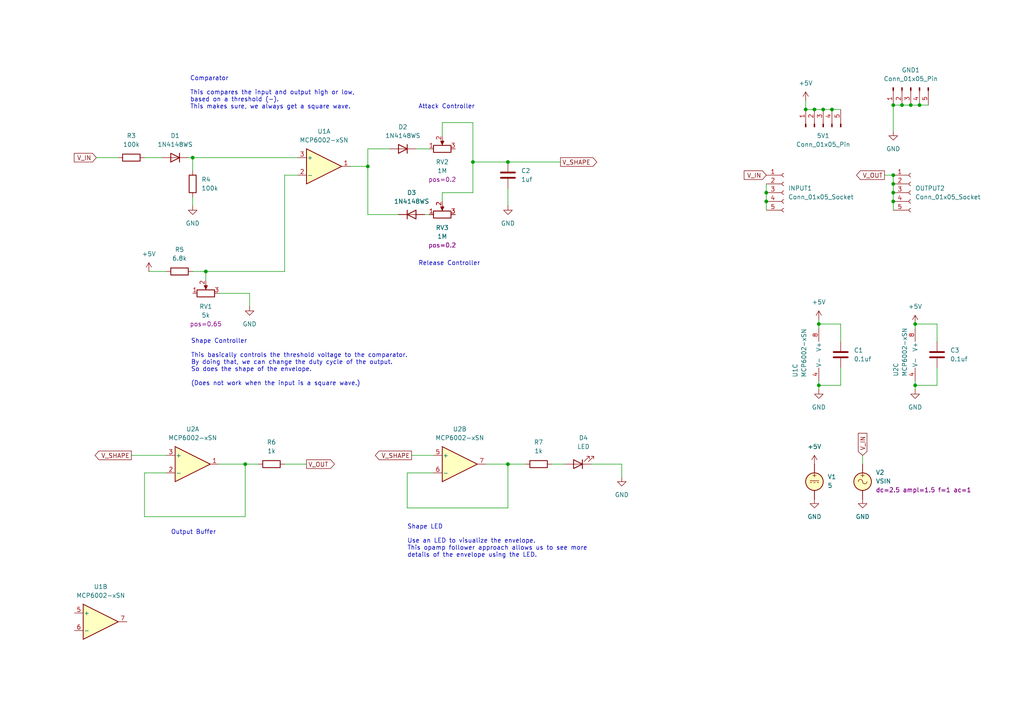
<source format=kicad_sch>
(kicad_sch (version 20231120) (generator "eeschema") (generator_version "8.0")
  (paper "A4")
  (lib_symbols
    (symbol "Amplifier_Operational:MCP6002-xSN" (pin_names (offset 0.127))
      (property "Reference" "U" (at 0 5.08 0))
      (property "Value" "MCP6002-xSN" (at 0 -5.08 0))
      (symbol "MCP6002-xSN_1_1"
        (polyline (pts (xy -5.08 5.08) (xy 5.08 0) (xy -5.08 -5.08) (xy -5.08 5.08)) (stroke (width 0.254)) (fill (type background)))
        (pin output line (at 7.62 0 180) (length 2.54) (name "~") (number "1"))
        (pin input line (at -7.62 -2.54 0) (length 2.54) (name "-") (number "2"))
        (pin input line (at -7.62 2.54 0) (length 2.54) (name "+") (number "3"))
      )
      (symbol "MCP6002-xSN_2_1"
        (polyline (pts (xy -5.08 5.08) (xy 5.08 0) (xy -5.08 -5.08) (xy -5.08 5.08)) (stroke (width 0.254)) (fill (type background)))
        (pin input line (at -7.62 2.54 0) (length 2.54) (name "+") (number "5"))
        (pin input line (at -7.62 -2.54 0) (length 2.54) (name "-") (number "6"))
        (pin output line (at 7.62 0 180) (length 2.54) (name "~") (number "7"))
      )
      (symbol "MCP6002-xSN_3_1"
        (pin power_in line (at -2.54 -7.62 90) (length 3.81) (name "V-") (number "4"))
        (pin power_in line (at -2.54 7.62 270) (length 3.81) (name "V+") (number "8"))
      )
    )
    (symbol "Connector:Conn_01x05_Pin" (pin_names (offset 1.016) hide)
      (property "Reference" "J" (at 0 7.62 0))
      (property "Value" "Conn_01x05_Pin" (at 0 -7.62 0))
      (symbol "Conn_01x05_Pin_1_1"
        (polyline (pts (xy 1.27 -5.08) (xy 0.8636 -5.08)) (stroke (width 0.1524)))
        (polyline (pts (xy 1.27 -2.54) (xy 0.8636 -2.54)) (stroke (width 0.1524)))
        (polyline (pts (xy 1.27 0) (xy 0.8636 0)) (stroke (width 0.1524)))
        (polyline (pts (xy 1.27 2.54) (xy 0.8636 2.54)) (stroke (width 0.1524)))
        (polyline (pts (xy 1.27 5.08) (xy 0.8636 5.08)) (stroke (width 0.1524)))
        (rectangle (start 0.8636 -4.953) (end 0 -5.207) (stroke (width 0.1524)) (fill (type outline)))
        (rectangle (start 0.8636 -2.413) (end 0 -2.667) (stroke (width 0.1524)) (fill (type outline)))
        (rectangle (start 0.8636 0.127) (end 0 -0.127) (stroke (width 0.1524)) (fill (type outline)))
        (rectangle (start 0.8636 2.667) (end 0 2.413) (stroke (width 0.1524)) (fill (type outline)))
        (rectangle (start 0.8636 5.207) (end 0 4.953) (stroke (width 0.1524)) (fill (type outline)))
        (pin passive line (at 5.08 5.08 180) (length 3.81) (name "Pin_1") (number "1"))
        (pin passive line (at 5.08 2.54 180) (length 3.81) (name "Pin_2") (number "2"))
        (pin passive line (at 5.08 0 180) (length 3.81) (name "Pin_3") (number "3"))
        (pin passive line (at 5.08 -2.54 180) (length 3.81) (name "Pin_4") (number "4"))
        (pin passive line (at 5.08 -5.08 180) (length 3.81) (name "Pin_5") (number "5"))
      )
    )
    (symbol "Connector:Conn_01x05_Socket" (pin_names (offset 1.016) hide)
      (property "Reference" "J" (at 0 7.62 0))
      (property "Value" "Conn_01x05_Socket" (at 0 -7.62 0))
      (symbol "Conn_01x05_Socket_1_1"
        (arc (start 0 -4.572) (mid -0.5058 -5.08) (end 0 -5.588) (stroke (width 0.1524)))
        (arc (start 0 -2.032) (mid -0.5058 -2.54) (end 0 -3.048) (stroke (width 0.1524)))
        (polyline (pts (xy -1.27 -5.08) (xy -0.508 -5.08)) (stroke (width 0.1524)))
        (polyline (pts (xy -1.27 -2.54) (xy -0.508 -2.54)) (stroke (width 0.1524)))
        (polyline (pts (xy -1.27 0) (xy -0.508 0)) (stroke (width 0.1524)))
        (polyline (pts (xy -1.27 2.54) (xy -0.508 2.54)) (stroke (width 0.1524)))
        (polyline (pts (xy -1.27 5.08) (xy -0.508 5.08)) (stroke (width 0.1524)))
        (arc (start 0 0.508) (mid -0.5058 0) (end 0 -0.508) (stroke (width 0.1524)))
        (arc (start 0 3.048) (mid -0.5058 2.54) (end 0 2.032) (stroke (width 0.1524)))
        (arc (start 0 5.588) (mid -0.5058 5.08) (end 0 4.572) (stroke (width 0.1524)))
        (pin passive line (at -5.08 5.08 0) (length 3.81) (name "Pin_1") (number "1"))
        (pin passive line (at -5.08 2.54 0) (length 3.81) (name "Pin_2") (number "2"))
        (pin passive line (at -5.08 0 0) (length 3.81) (name "Pin_3") (number "3"))
        (pin passive line (at -5.08 -2.54 0) (length 3.81) (name "Pin_4") (number "4"))
        (pin passive line (at -5.08 -5.08 0) (length 3.81) (name "Pin_5") (number "5"))
      )
    )
    (symbol "Device:C" (pin_numbers hide) (pin_names (offset 0.254))
      (property "Reference" "C" (at 0.635 2.54 0))
      (property "Value" "C" (at 0.635 -2.54 0))
      (symbol "C_0_1"
        (polyline (pts (xy -2.032 -0.762) (xy 2.032 -0.762)) (stroke (width 0.508)))
        (polyline (pts (xy -2.032 0.762) (xy 2.032 0.762)) (stroke (width 0.508)))
      )
      (symbol "C_1_1"
        (pin passive line (at 0 3.81 270) (length 2.794) (name "~") (number "1"))
        (pin passive line (at 0 -3.81 90) (length 2.794) (name "~") (number "2"))
      )
    )
    (symbol "Device:LED" (pin_numbers hide) (pin_names (offset 1.016) hide)
      (property "Reference" "D" (at 0 2.54 0))
      (property "Value" "LED" (at 0 -2.54 0))
      (symbol "LED_0_1"
        (polyline (pts (xy -1.27 -1.27) (xy -1.27 1.27)) (stroke (width 0.254)))
        (polyline (pts (xy -1.27 0) (xy 1.27 0)))
        (polyline (pts (xy 1.27 -1.27) (xy 1.27 1.27) (xy -1.27 0) (xy 1.27 -1.27)) (stroke (width 0.254)))
        (polyline (pts (xy -3.048 -0.762) (xy -4.572 -2.286) (xy -3.81 -2.286) (xy -4.572 -2.286) (xy -4.572 -1.524)))
        (polyline (pts (xy -1.778 -0.762) (xy -3.302 -2.286) (xy -2.54 -2.286) (xy -3.302 -2.286) (xy -3.302 -1.524)))
      )
      (symbol "LED_1_1"
        (pin passive line (at -3.81 0 0) (length 2.54) (name "K") (number "1"))
        (pin passive line (at 3.81 0 180) (length 2.54) (name "A") (number "2"))
      )
    )
    (symbol "Device:R" (pin_numbers hide) (pin_names (offset 0))
      (property "Reference" "R" (at 2.032 0 90))
      (property "Value" "R" (at 0 0 90))
      (symbol "R_0_1"
        (rectangle (start -1.016 -2.54) (end 1.016 2.54) (stroke (width 0.254)))
      )
      (symbol "R_1_1"
        (pin passive line (at 0 3.81 270) (length 1.27) (name "~") (number "1"))
        (pin passive line (at 0 -3.81 90) (length 1.27) (name "~") (number "2"))
      )
    )
    (symbol "Device:R_Potentiometer" (pin_names (offset 1.016) hide)
      (property "Reference" "RV" (at -4.445 0 90))
      (property "Value" "R_Potentiometer" (at -2.54 0 90))
      (symbol "R_Potentiometer_0_1"
        (polyline (pts (xy 2.54 0) (xy 1.524 0)))
        (polyline (pts (xy 1.143 0) (xy 2.286 0.508) (xy 2.286 -0.508) (xy 1.143 0)) (fill (type outline)))
        (rectangle (start 1.016 2.54) (end -1.016 -2.54) (stroke (width 0.254)))
      )
      (symbol "R_Potentiometer_1_1"
        (pin passive line (at 0 3.81 270) (length 1.27) (name "1") (number "1"))
        (pin passive line (at 3.81 0 180) (length 1.27) (name "2") (number "2"))
        (pin passive line (at 0 -3.81 90) (length 1.27) (name "3") (number "3"))
      )
    )
    (symbol "Diode:1N4148WS" (pin_numbers hide) (pin_names hide)
      (property "Reference" "D" (at 0 2.54 0))
      (property "Value" "1N4148WS" (at 0 -2.54 0))
      (symbol "1N4148WS_0_1"
        (polyline (pts (xy -1.27 1.27) (xy -1.27 -1.27)) (stroke (width 0.254)))
        (polyline (pts (xy 1.27 0) (xy -1.27 0)))
        (polyline (pts (xy 1.27 1.27) (xy 1.27 -1.27) (xy -1.27 0) (xy 1.27 1.27)) (stroke (width 0.254)))
      )
      (symbol "1N4148WS_1_1"
        (pin passive line (at -3.81 0 0) (length 2.54) (name "K") (number "1"))
        (pin passive line (at 3.81 0 180) (length 2.54) (name "A") (number "2"))
      )
    )
    (symbol "Simulation_SPICE:VDC" (pin_numbers hide) (pin_names (offset 0.0254))
      (property "Reference" "V" (at 2.54 2.54 0))
      (property "Value" "1" (at 2.54 0 0))
      (symbol "VDC_0_0"
        (polyline (pts (xy -1.27 0.254) (xy 1.27 0.254)))
        (polyline (pts (xy -0.762 -0.254) (xy -1.27 -0.254)))
        (polyline (pts (xy 0.254 -0.254) (xy -0.254 -0.254)))
        (polyline (pts (xy 1.27 -0.254) (xy 0.762 -0.254)))
        (text "+" (at 0 1.905 0) (effects (font (size 1.27 1.27))))
      )
      (symbol "VDC_0_1"
        (circle (center 0 0) (radius 2.54) (stroke (width 0.254)) (fill (type background)))
      )
      (symbol "VDC_1_1"
        (pin passive line (at 0 5.08 270) (length 2.54) (name "~") (number "1"))
        (pin passive line (at 0 -5.08 90) (length 2.54) (name "~") (number "2"))
      )
    )
    (symbol "Simulation_SPICE:VSIN" (pin_numbers hide) (pin_names (offset 0.0254))
      (property "Reference" "V" (at 2.54 2.54 0))
      (property "Value" "VSIN" (at 2.54 0 0))
      (property "Sim.Params" "dc=0 ampl=1 f=1k ac=1" (at 2.54 -2.54 0))
      (symbol "VSIN_0_0"
        (arc (start 0 0) (mid -0.635 0.6323) (end -1.27 0))
        (arc (start 0 0) (mid 0.635 -0.6323) (end 1.27 0))
        (text "+" (at 0 1.905 0) (effects (font (size 1.27 1.27))))
      )
      (symbol "VSIN_0_1"
        (circle (center 0 0) (radius 2.54) (stroke (width 0.254)) (fill (type background)))
      )
      (symbol "VSIN_1_1"
        (pin passive line (at 0 5.08 270) (length 2.54) (name "~") (number "1"))
        (pin passive line (at 0 -5.08 90) (length 2.54) (name "~") (number "2"))
      )
    )
    (symbol "power:+5V" (power) (pin_numbers hide) (pin_names (offset 0) hide)
      (property "Value" "+5V" (at 0 3.556 0))
      (symbol "+5V_0_1"
        (polyline (pts (xy -0.762 1.27) (xy 0 2.54)))
        (polyline (pts (xy 0 0) (xy 0 2.54)))
        (polyline (pts (xy 0 2.54) (xy 0.762 1.27)))
      )
      (symbol "+5V_1_1"
        (pin power_in line (at 0 0 90) (length 0) (name "~") (number "1"))
      )
    )
    (symbol "power:GND" (power) (pin_numbers hide) (pin_names (offset 0) hide)
      (property "Value" "GND" (at 0 -3.81 0))
      (symbol "GND_0_1"
        (polyline (pts (xy 0 0) (xy 0 -1.27) (xy 1.27 -1.27) (xy 0 -2.54) (xy -1.27 -1.27) (xy 0 -1.27)))
      )
      (symbol "GND_1_1"
        (pin power_in line (at 0 0 270) (length 0) (name "~") (number "1"))
      )
    )
  )
  (junction (at 147.32 134.62))
  (junction (at 236.22 31.75))
  (junction (at 265.43 93.98))
  (junction (at 55.88 45.72))
  (junction (at 261.62 30.48))
  (junction (at 222.25 55.88))
  (junction (at 222.25 58.42))
  (junction (at 233.68 31.75))
  (junction (at 241.3 31.75))
  (junction (at 259.08 58.42))
  (junction (at 266.7 30.48))
  (junction (at 106.68 48.26))
  (junction (at 147.32 46.99))
  (junction (at 265.43 111.76))
  (junction (at 59.69 78.74))
  (junction (at 264.16 30.48))
  (junction (at 259.08 53.34))
  (junction (at 259.08 50.8))
  (junction (at 259.08 55.88))
  (junction (at 238.76 31.75))
  (junction (at 71.12 134.62))
  (junction (at 137.16 46.99))
  (junction (at 237.49 93.98))
  (junction (at 259.08 30.48))
  (junction (at 237.49 111.76))
  (wire (pts (xy 119.38 132.08) (xy 125.73 132.08)))
  (wire (pts (xy 106.68 48.26) (xy 106.68 62.23)))
  (wire (pts (xy 55.88 78.74) (xy 59.69 78.74)))
  (wire (pts (xy 88.9 134.62) (xy 82.55 134.62)))
  (wire (pts (xy 147.32 134.62) (xy 147.32 147.32)))
  (wire (pts (xy 271.78 111.76) (xy 265.43 111.76)))
  (wire (pts (xy 72.39 85.09) (xy 63.5 85.09)))
  (wire (pts (xy 241.3 31.75) (xy 243.84 31.75)))
  (wire (pts (xy 128.27 35.56) (xy 128.27 39.37)))
  (wire (pts (xy 71.12 149.86) (xy 41.91 149.86)))
  (wire (pts (xy 259.08 50.8) (xy 259.08 53.34)))
  (wire (pts (xy 222.25 53.34) (xy 222.25 55.88)))
  (wire (pts (xy 233.68 31.75) (xy 236.22 31.75)))
  (wire (pts (xy 128.27 55.88) (xy 137.16 55.88)))
  (wire (pts (xy 124.46 43.18) (xy 120.65 43.18)))
  (wire (pts (xy 140.97 134.62) (xy 147.32 134.62)))
  (wire (pts (xy 34.29 45.72) (xy 27.94 45.72)))
  (wire (pts (xy 55.88 45.72) (xy 54.61 45.72)))
  (wire (pts (xy 265.43 93.98) (xy 265.43 95.25)))
  (wire (pts (xy 271.78 93.98) (xy 265.43 93.98)))
  (wire (pts (xy 266.7 30.48) (xy 269.24 30.48)))
  (wire (pts (xy 137.16 35.56) (xy 128.27 35.56)))
  (wire (pts (xy 271.78 99.06) (xy 271.78 93.98)))
  (wire (pts (xy 137.16 46.99) (xy 147.32 46.99)))
  (wire (pts (xy 238.76 31.75) (xy 241.3 31.75)))
  (wire (pts (xy 118.11 147.32) (xy 118.11 137.16)))
  (wire (pts (xy 259.08 30.48) (xy 261.62 30.48)))
  (wire (pts (xy 38.1 132.08) (xy 48.26 132.08)))
  (wire (pts (xy 113.03 43.18) (xy 106.68 43.18)))
  (wire (pts (xy 59.69 78.74) (xy 59.69 81.28)))
  (wire (pts (xy 171.45 134.62) (xy 180.34 134.62)))
  (wire (pts (xy 265.43 111.76) (xy 265.43 110.49)))
  (wire (pts (xy 259.08 30.48) (xy 259.08 38.1)))
  (wire (pts (xy 233.68 31.75) (xy 233.68 29.21)))
  (wire (pts (xy 72.39 88.9) (xy 72.39 85.09)))
  (wire (pts (xy 180.34 134.62) (xy 180.34 138.43)))
  (wire (pts (xy 55.88 45.72) (xy 86.36 45.72)))
  (wire (pts (xy 237.49 92.71) (xy 237.49 93.98)))
  (wire (pts (xy 163.83 134.62) (xy 160.02 134.62)))
  (wire (pts (xy 243.84 93.98) (xy 237.49 93.98)))
  (wire (pts (xy 55.88 59.69) (xy 55.88 57.15)))
  (wire (pts (xy 71.12 134.62) (xy 71.12 149.86)))
  (wire (pts (xy 250.19 132.08) (xy 250.19 134.62)))
  (wire (pts (xy 264.16 30.48) (xy 266.7 30.48)))
  (wire (pts (xy 82.55 50.8) (xy 82.55 78.74)))
  (wire (pts (xy 259.08 55.88) (xy 259.08 58.42)))
  (wire (pts (xy 259.08 58.42) (xy 259.08 60.96)))
  (wire (pts (xy 243.84 106.68) (xy 243.84 111.76)))
  (wire (pts (xy 46.99 45.72) (xy 41.91 45.72)))
  (wire (pts (xy 237.49 111.76) (xy 237.49 110.49)))
  (wire (pts (xy 74.93 134.62) (xy 71.12 134.62)))
  (wire (pts (xy 147.32 59.69) (xy 147.32 54.61)))
  (wire (pts (xy 147.32 147.32) (xy 118.11 147.32)))
  (wire (pts (xy 237.49 113.03) (xy 237.49 111.76)))
  (wire (pts (xy 124.46 62.23) (xy 123.19 62.23)))
  (wire (pts (xy 222.25 58.42) (xy 222.25 60.96)))
  (wire (pts (xy 55.88 49.53) (xy 55.88 45.72)))
  (wire (pts (xy 222.25 55.88) (xy 222.25 58.42)))
  (wire (pts (xy 118.11 137.16) (xy 125.73 137.16)))
  (wire (pts (xy 82.55 50.8) (xy 86.36 50.8)))
  (wire (pts (xy 236.22 31.75) (xy 238.76 31.75)))
  (wire (pts (xy 43.18 78.74) (xy 48.26 78.74)))
  (wire (pts (xy 59.69 78.74) (xy 82.55 78.74)))
  (wire (pts (xy 137.16 55.88) (xy 137.16 46.99)))
  (wire (pts (xy 41.91 137.16) (xy 48.26 137.16)))
  (wire (pts (xy 106.68 48.26) (xy 101.6 48.26)))
  (wire (pts (xy 137.16 46.99) (xy 137.16 35.56)))
  (wire (pts (xy 41.91 149.86) (xy 41.91 137.16)))
  (wire (pts (xy 147.32 46.99) (xy 162.56 46.99)))
  (wire (pts (xy 243.84 99.06) (xy 243.84 93.98)))
  (wire (pts (xy 115.57 62.23) (xy 106.68 62.23)))
  (wire (pts (xy 256.54 50.8) (xy 259.08 50.8)))
  (wire (pts (xy 237.49 93.98) (xy 237.49 95.25)))
  (wire (pts (xy 106.68 43.18) (xy 106.68 48.26)))
  (wire (pts (xy 243.84 111.76) (xy 237.49 111.76)))
  (wire (pts (xy 128.27 58.42) (xy 128.27 55.88)))
  (wire (pts (xy 259.08 53.34) (xy 259.08 55.88)))
  (wire (pts (xy 265.43 113.03) (xy 265.43 111.76)))
  (wire (pts (xy 63.5 134.62) (xy 71.12 134.62)))
  (wire (pts (xy 261.62 30.48) (xy 264.16 30.48)))
  (wire (pts (xy 152.4 134.62) (xy 147.32 134.62)))
  (wire (pts (xy 271.78 106.68) (xy 271.78 111.76)))
  (text "Shape LED\n\nUse an LED to visualize the envelope.\nThis opamp follower approach allows us to see more \ndetails of the envelope using the LED." (at 118.11 156.972 0) (effects (font (size 1.27 1.27)) (justify left)))
  (text "Shape Controller\n\nThis basically controls the threshold voltage to the comparator.\nBy doing that, we can change the duty cycle of the output.\nSo does the shape of the envelope.\n\n(Does not work when the input is a square wave.)" (at 55.372 105.156 0) (effects (font (size 1.27 1.27)) (justify left)))
  (text "Release Controller" (at 130.302 76.454 0) (effects (font (size 1.27 1.27))))
  (text "Output Buffer" (at 56.134 154.432 0) (effects (font (size 1.27 1.27))))
  (text "Attack Controller" (at 129.54 30.988 0) (effects (font (size 1.27 1.27))))
  (text "Comparator\n\nThis compares the input and output high or low, \nbased on a threshold (-).\nThis makes sure, we always get a square wave." (at 55.118 26.924 0) (effects (font (size 1.27 1.27)) (justify left)))
  (global_label "V_IN" (shape input) (at 27.94 45.72 180) (property "Intersheetrefs" "${INTERSHEET_REFS}" (effects (hide yes))))
  (global_label "V_OUT" (shape output) (at 256.54 50.8 180) (property "Intersheetrefs" "${INTERSHEET_REFS}" (effects (hide yes))))
  (global_label "V_IN" (shape input) (at 250.19 132.08 90) (property "Intersheetrefs" "${INTERSHEET_REFS}" (effects (hide yes))))
  (global_label "V_OUT" (shape output) (at 88.9 134.62 0) (property "Intersheetrefs" "${INTERSHEET_REFS}" (effects (hide yes))))
  (global_label "V_IN" (shape input) (at 222.25 50.8 180) (property "Intersheetrefs" "${INTERSHEET_REFS}" (effects (hide yes))))
  (global_label "V_SHAPE" (shape output) (at 162.56 46.99 0) (property "Intersheetrefs" "${INTERSHEET_REFS}" (effects (hide yes))))
  (global_label "V_SHAPE" (shape output) (at 119.38 132.08 180) (property "Intersheetrefs" "${INTERSHEET_REFS}" (effects (hide yes))))
  (global_label "V_SHAPE" (shape output) (at 38.1 132.08 180) (property "Intersheetrefs" "${INTERSHEET_REFS}" (effects (hide yes))))
  (symbol (lib_id "power:GND") (at 180.34 138.43 0) (unit 1)
    (property "Reference" "#PWR016" (effects (hide yes)))
    (property "Value" "GND" (at 180.34 143.51 0))
    (property "Description" "Power symbol creates a global label with name \"GND\" , ground" (effects (hide yes)))
  )
  (symbol (lib_id "Diode:1N4148WS") (at 116.84 43.18 180) (unit 1)
    (property "Reference" "D2" (at 116.84 36.83 0))
    (property "Value" "1N4148WS" (at 116.84 39.37 0))
    (property "Footprint" "Diode_SMD:D_SOD-323_HandSoldering" (effects (hide yes)))
    (property "Datasheet" "https://www.vishay.com/docs/85751/1n4148ws.pdf" (effects (hide yes)))
    (property "Description" "75V 0.15A Fast switching Diode, SOD-323" (effects (hide yes)))
    (property "Sim.Device" "D" (effects (hide yes)))
    (property "Sim.Pins" "1=K 2=A" (effects (hide yes)))
  )
  (symbol (lib_id "Simulation_SPICE:VDC") (at 236.22 139.7 0) (unit 1) (on_board no)
    (property "Reference" "V1" (at 240.03 138.3001 0) (effects (justify left)))
    (property "Value" "5" (at 240.03 140.8401 0) (effects (justify left)))
    (property "Datasheet" "https://ngspice.sourceforge.io/docs/ngspice-html-manual/manual.xhtml#sec_Independent_Sources_for" (effects (hide yes)))
    (property "Description" "Voltage source, DC" (effects (hide yes)))
    (property "Sim.Pins" "1=+ 2=-" (effects (hide yes)))
    (property "Sim.Type" "DC" (effects (hide yes)))
    (property "Sim.Device" "V" (effects (hide yes)))
  )
  (symbol (lib_id "Device:R") (at 38.1 45.72 90) (unit 1)
    (property "Reference" "R3" (at 38.1 39.37 90))
    (property "Value" "100k" (at 38.1 41.91 90))
    (property "Footprint" "Resistor_SMD:R_0402_1005Metric" (effects (hide yes)))
    (property "Description" "Resistor" (effects (hide yes)))
  )
  (symbol (lib_id "Device:R") (at 78.74 134.62 90) (unit 1)
    (property "Reference" "R6" (at 78.74 128.27 90))
    (property "Value" "1k" (at 78.74 130.81 90))
    (property "Footprint" "Resistor_SMD:R_0402_1005Metric" (effects (hide yes)))
    (property "Description" "Resistor" (effects (hide yes)))
  )
  (symbol (lib_id "Device:R_Potentiometer") (at 128.27 62.23 90) (unit 1)
    (property "Reference" "RV3" (at 128.27 66.04 90))
    (property "Value" "1M" (at 128.27 68.58 90))
    (property "Footprint" "BreadModular_Pots:Potentiometer_RV09" (effects (hide yes)))
    (property "Description" "Potentiometer" (effects (hide yes)))
    (property "Sim.Device" "R" (effects (hide yes)))
    (property "Sim.Type" "POT" (effects (hide yes)))
    (property "Sim.Pins" "1=r0 2=wiper 3=r1" (effects (hide yes)))
    (property "Sim.Params" "pos=0.2" (at 128.27 71.12 90))
  )
  (symbol (lib_id "Connector:Conn_01x05_Pin") (at 238.76 36.83 90) (unit 1) (exclude_from_sim yes)
    (property "Reference" "5V1" (at 238.76 39.37 90))
    (property "Value" "Conn_01x05_Pin" (at 238.76 41.91 90))
    (property "Footprint" "Connector_PinHeader_2.54mm:PinHeader_1x05_P2.54mm_Vertical" (effects (hide yes)))
    (property "Description" "Generic connector, single row, 01x05, script generated" (effects (hide yes)))
  )
  (symbol (lib_id "power:GND") (at 147.32 59.69 0) (unit 1)
    (property "Reference" "#PWR013" (effects (hide yes)))
    (property "Value" "GND" (at 147.32 64.77 0))
    (property "Description" "Power symbol creates a global label with name \"GND\" , ground" (effects (hide yes)))
  )
  (symbol (lib_id "Amplifier_Operational:MCP6002-xSN") (at 93.98 48.26 0) (unit 1)
    (property "Reference" "U1" (at 93.98 38.1 0))
    (property "Value" "MCP6002-xSN" (at 93.98 40.64 0))
    (property "Footprint" "Package_SO:SOIC-8-1EP_3.9x4.9mm_P1.27mm_EP2.29x3mm" (effects (hide yes)))
    (property "Datasheet" "http://ww1.microchip.com/downloads/en/DeviceDoc/21733j.pdf" (effects (hide yes)))
    (property "Description" "1MHz, Low-Power Op Amp, SOIC-8" (effects (hide yes)))
    (property "Sim.Library" "${KICAD8_SYMBOL_DIR}/Simulation_SPICE.sp" (effects (hide yes)))
    (property "Sim.Name" "kicad_builtin_opamp_dual" (effects (hide yes)))
    (property "Sim.Device" "SUBCKT" (effects (hide yes)))
    (property "Sim.Pins" "1=out1 2=in1- 3=in1+ 4=vee 5=in2+ 6=in2- 7=out2 8=vcc" (effects (hide yes)))
  )
  (symbol (lib_id "power:+5V") (at 236.22 134.62 0) (unit 1)
    (property "Reference" "#PWR02" (effects (hide yes)))
    (property "Value" "+5V" (at 236.22 129.54 0))
    (property "Description" "Power symbol creates a global label with name \"+5V\"" (effects (hide yes)))
  )
  (symbol (lib_id "Device:R") (at 52.07 78.74 90) (unit 1)
    (property "Reference" "R5" (at 52.07 72.39 90))
    (property "Value" "6.8k" (at 52.07 74.93 90))
    (property "Footprint" "Resistor_SMD:R_0603_1608Metric" (effects (hide yes)))
    (property "Description" "Resistor" (effects (hide yes)))
  )
  (symbol (lib_id "Simulation_SPICE:VSIN") (at 250.19 139.7 0) (unit 1) (on_board no)
    (property "Reference" "V2" (at 254 137.0301 0) (effects (justify left)))
    (property "Value" "VSIN" (at 254 139.5701 0) (effects (justify left)))
    (property "Datasheet" "https://ngspice.sourceforge.io/docs/ngspice-html-manual/manual.xhtml#sec_Independent_Sources_for" (effects (hide yes)))
    (property "Description" "Voltage source, sinusoidal" (effects (hide yes)))
    (property "Sim.Pins" "1=+ 2=-" (effects (hide yes)))
    (property "Sim.Params" "dc=2.5 ampl=1.5 f=1 ac=1" (at 254 142.1101 0) (effects (justify left)))
    (property "Sim.Type" "SIN" (effects (hide yes)))
    (property "Sim.Device" "V" (effects (hide yes)))
  )
  (symbol (lib_id "power:+5V") (at 233.68 29.21 0) (unit 1)
    (property "Reference" "#PWR01" (effects (hide yes)))
    (property "Value" "+5V" (at 233.68 24.13 0))
    (property "Description" "Power symbol creates a global label with name \"+5V\"" (effects (hide yes)))
  )
  (symbol (lib_id "power:GND") (at 259.08 38.1 0) (unit 1)
    (property "Reference" "#PWR05" (effects (hide yes)))
    (property "Value" "GND" (at 259.08 43.18 0))
    (property "Description" "Power symbol creates a global label with name \"GND\" , ground" (effects (hide yes)))
  )
  (symbol (lib_id "Device:C") (at 147.32 50.8 0) (unit 1)
    (property "Reference" "C2" (at 151.13 49.5299 0) (effects (justify left)))
    (property "Value" "1uf" (at 151.13 52.0699 0) (effects (justify left)))
    (property "Footprint" "Capacitor_SMD:C_1206_3216Metric" (effects (hide yes)))
    (property "Description" "Unpolarized capacitor" (effects (hide yes)))
  )
  (symbol (lib_id "power:+5V") (at 237.49 92.71 0) (unit 1)
    (property "Reference" "#PWR09" (effects (hide yes)))
    (property "Value" "+5V" (at 237.49 87.63 0))
    (property "Description" "Power symbol creates a global label with name \"+5V\"" (effects (hide yes)))
  )
  (symbol (lib_id "power:GND") (at 72.39 88.9 0) (unit 1)
    (property "Reference" "#PWR012" (effects (hide yes)))
    (property "Value" "GND" (at 72.39 93.98 0))
    (property "Description" "Power symbol creates a global label with name \"GND\" , ground" (effects (hide yes)))
  )
  (symbol (lib_id "power:GND") (at 237.49 113.03 0) (unit 1)
    (property "Reference" "#PWR010" (effects (hide yes)))
    (property "Value" "GND" (at 237.49 118.11 0))
    (property "Description" "Power symbol creates a global label with name \"GND\" , ground" (effects (hide yes)))
  )
  (symbol (lib_id "Device:R") (at 55.88 53.34 180) (unit 1)
    (property "Reference" "R4" (at 58.42 52.0699 0) (effects (justify right)))
    (property "Value" "100k" (at 58.42 54.6099 0) (effects (justify right)))
    (property "Footprint" "Resistor_SMD:R_0402_1005Metric" (effects (hide yes)))
    (property "Description" "Resistor" (effects (hide yes)))
  )
  (symbol (lib_id "power:GND") (at 250.19 144.78 0) (unit 1)
    (property "Reference" "#PWR04" (effects (hide yes)))
    (property "Value" "GND" (at 250.19 149.86 0))
    (property "Description" "Power symbol creates a global label with name \"GND\" , ground" (effects (hide yes)))
  )
  (symbol (lib_id "Amplifier_Operational:MCP6002-xSN") (at 240.03 102.87 0) (unit 3)
    (property "Reference" "U1" (at 230.632 109.474 90) (effects (justify left)))
    (property "Value" "MCP6002-xSN" (at 233.172 109.474 90) (effects (justify left)))
    (property "Footprint" "Package_SO:SOIC-8-1EP_3.9x4.9mm_P1.27mm_EP2.29x3mm" (effects (hide yes)))
    (property "Datasheet" "http://ww1.microchip.com/downloads/en/DeviceDoc/21733j.pdf" (effects (hide yes)))
    (property "Description" "1MHz, Low-Power Op Amp, SOIC-8" (effects (hide yes)))
    (property "Sim.Library" "${KICAD8_SYMBOL_DIR}/Simulation_SPICE.sp" (effects (hide yes)))
    (property "Sim.Name" "kicad_builtin_opamp_dual" (effects (hide yes)))
    (property "Sim.Device" "SUBCKT" (effects (hide yes)))
    (property "Sim.Pins" "1=out1 2=in1- 3=in1+ 4=vee 5=in2+ 6=in2- 7=out2 8=vcc" (effects (hide yes)))
  )
  (symbol (lib_id "power:+5V") (at 43.18 78.74 0) (unit 1)
    (property "Reference" "#PWR011" (effects (hide yes)))
    (property "Value" "+5V" (at 43.18 73.66 0))
    (property "Description" "Power symbol creates a global label with name \"+5V\"" (effects (hide yes)))
  )
  (symbol (lib_id "power:GND") (at 236.22 144.78 0) (unit 1)
    (property "Reference" "#PWR03" (effects (hide yes)))
    (property "Value" "GND" (at 236.22 149.86 0))
    (property "Description" "Power symbol creates a global label with name \"GND\" , ground" (effects (hide yes)))
  )
  (symbol (lib_id "Device:R") (at 156.21 134.62 90) (unit 1)
    (property "Reference" "R7" (at 156.21 128.27 90))
    (property "Value" "1k" (at 156.21 130.81 90))
    (property "Footprint" "Resistor_SMD:R_0402_1005Metric" (effects (hide yes)))
    (property "Description" "Resistor" (effects (hide yes)))
  )
  (symbol (lib_id "Diode:1N4148WS") (at 50.8 45.72 180) (unit 1)
    (property "Reference" "D1" (at 50.8 39.37 0))
    (property "Value" "1N4148WS" (at 50.8 41.91 0))
    (property "Footprint" "Diode_SMD:D_SOD-323_HandSoldering" (effects (hide yes)))
    (property "Datasheet" "https://www.vishay.com/docs/85751/1n4148ws.pdf" (effects (hide yes)))
    (property "Description" "75V 0.15A Fast switching Diode, SOD-323" (effects (hide yes)))
    (property "Sim.Device" "D" (effects (hide yes)))
    (property "Sim.Pins" "1=K 2=A" (effects (hide yes)))
  )
  (symbol (lib_id "Diode:1N4148WS") (at 119.38 62.23 0) (unit 1)
    (property "Reference" "D3" (at 119.38 55.88 0))
    (property "Value" "1N4148WS" (at 119.38 58.42 0))
    (property "Footprint" "Diode_SMD:D_SOD-323_HandSoldering" (effects (hide yes)))
    (property "Datasheet" "https://www.vishay.com/docs/85751/1n4148ws.pdf" (effects (hide yes)))
    (property "Description" "75V 0.15A Fast switching Diode, SOD-323" (effects (hide yes)))
    (property "Sim.Device" "D" (effects (hide yes)))
    (property "Sim.Pins" "1=K 2=A" (effects (hide yes)))
  )
  (symbol (lib_id "Amplifier_Operational:MCP6002-xSN") (at 267.97 102.87 0) (unit 3)
    (property "Reference" "U2" (at 259.842 109.22 90) (effects (justify left)))
    (property "Value" "MCP6002-xSN" (at 262.382 109.22 90) (effects (justify left)))
    (property "Footprint" "Package_SO:SOIC-8-1EP_3.9x4.9mm_P1.27mm_EP2.29x3mm" (effects (hide yes)))
    (property "Datasheet" "http://ww1.microchip.com/downloads/en/DeviceDoc/21733j.pdf" (effects (hide yes)))
    (property "Description" "1MHz, Low-Power Op Amp, SOIC-8" (effects (hide yes)))
    (property "Sim.Library" "${KICAD8_SYMBOL_DIR}/Simulation_SPICE.sp" (effects (hide yes)))
    (property "Sim.Name" "kicad_builtin_opamp_dual" (effects (hide yes)))
    (property "Sim.Device" "SUBCKT" (effects (hide yes)))
    (property "Sim.Pins" "1=out1 2=in1- 3=in1+ 4=vee 5=in2+ 6=in2- 7=out2 8=vcc" (effects (hide yes)))
  )
  (symbol (lib_id "Amplifier_Operational:MCP6002-xSN") (at 133.35 134.62 0) (unit 2)
    (property "Reference" "U2" (at 133.35 124.46 0))
    (property "Value" "MCP6002-xSN" (at 133.35 127 0))
    (property "Footprint" "Package_SO:SOIC-8-1EP_3.9x4.9mm_P1.27mm_EP2.29x3mm" (effects (hide yes)))
    (property "Datasheet" "http://ww1.microchip.com/downloads/en/DeviceDoc/21733j.pdf" (effects (hide yes)))
    (property "Description" "1MHz, Low-Power Op Amp, SOIC-8" (effects (hide yes)))
    (property "Sim.Library" "${KICAD8_SYMBOL_DIR}/Simulation_SPICE.sp" (effects (hide yes)))
    (property "Sim.Name" "kicad_builtin_opamp_dual" (effects (hide yes)))
    (property "Sim.Device" "SUBCKT" (effects (hide yes)))
    (property "Sim.Pins" "1=out1 2=in1- 3=in1+ 4=vee 5=in2+ 6=in2- 7=out2 8=vcc" (effects (hide yes)))
  )
  (symbol (lib_id "Device:R_Potentiometer") (at 59.69 85.09 90) (unit 1)
    (property "Reference" "RV1" (at 59.69 88.9 90))
    (property "Value" "5k" (at 59.69 91.44 90))
    (property "Footprint" "BreadModular_Pots:Potentiometer_RV09" (effects (hide yes)))
    (property "Description" "Potentiometer" (effects (hide yes)))
    (property "Sim.Device" "R" (effects (hide yes)))
    (property "Sim.Type" "POT" (effects (hide yes)))
    (property "Sim.Pins" "1=r0 2=wiper 3=r1" (effects (hide yes)))
    (property "Sim.Params" "pos=0.65" (at 59.69 93.98 90))
  )
  (symbol (lib_id "power:GND") (at 265.43 113.03 0) (unit 1)
    (property "Reference" "#PWR015" (effects (hide yes)))
    (property "Value" "GND" (at 265.43 118.11 0))
    (property "Description" "Power symbol creates a global label with name \"GND\" , ground" (effects (hide yes)))
  )
  (symbol (lib_id "Device:LED") (at 167.64 134.62 180) (unit 1)
    (property "Reference" "D4" (at 169.2275 127 0))
    (property "Value" "LED" (at 169.2275 129.54 0))
    (property "Footprint" "LED_SMD:LED_0603_1608Metric" (effects (hide yes)))
    (property "Description" "Light emitting diode" (effects (hide yes)))
    (property "Sim.Device" "D" (effects (hide yes)))
    (property "Sim.Pins" "1=A 2=K" (effects (hide yes)))
  )
  (symbol (lib_id "Amplifier_Operational:MCP6002-xSN") (at 29.21 180.34 0) (unit 2)
    (property "Reference" "U1" (at 29.21 170.18 0))
    (property "Value" "MCP6002-xSN" (at 29.21 172.72 0))
    (property "Footprint" "Package_SO:SOIC-8-1EP_3.9x4.9mm_P1.27mm_EP2.29x3mm" (effects (hide yes)))
    (property "Datasheet" "http://ww1.microchip.com/downloads/en/DeviceDoc/21733j.pdf" (effects (hide yes)))
    (property "Description" "1MHz, Low-Power Op Amp, SOIC-8" (effects (hide yes)))
    (property "Sim.Library" "${KICAD8_SYMBOL_DIR}/Simulation_SPICE.sp" (effects (hide yes)))
    (property "Sim.Name" "kicad_builtin_opamp_dual" (effects (hide yes)))
    (property "Sim.Device" "SUBCKT" (effects (hide yes)))
    (property "Sim.Pins" "1=out1 2=in1- 3=in1+ 4=vee 5=in2+ 6=in2- 7=out2 8=vcc" (effects (hide yes)))
  )
  (symbol (lib_id "power:GND") (at 55.88 59.69 0) (unit 1)
    (property "Reference" "#PWR08" (effects (hide yes)))
    (property "Value" "GND" (at 55.88 64.77 0))
    (property "Description" "Power symbol creates a global label with name \"GND\" , ground" (effects (hide yes)))
  )
  (symbol (lib_id "Connector:Conn_01x05_Socket") (at 264.16 55.88 0) (unit 1) (exclude_from_sim yes)
    (property "Reference" "OUTPUT2" (at 265.43 54.6099 0) (effects (justify left)))
    (property "Value" "Conn_01x05_Socket" (at 265.43 57.1499 0) (effects (justify left)))
    (property "Footprint" "Connector_PinSocket_2.54mm:PinSocket_1x05_P2.54mm_Vertical" (effects (hide yes)))
    (property "Description" "Generic connector, single row, 01x05, script generated" (effects (hide yes)))
  )
  (symbol (lib_id "Device:R_Potentiometer") (at 128.27 43.18 90) (unit 1)
    (property "Reference" "RV2" (at 128.27 46.99 90))
    (property "Value" "1M" (at 128.27 49.53 90))
    (property "Footprint" "BreadModular_Pots:Potentiometer_RV09" (effects (hide yes)))
    (property "Description" "Potentiometer" (effects (hide yes)))
    (property "Sim.Device" "R" (effects (hide yes)))
    (property "Sim.Type" "POT" (effects (hide yes)))
    (property "Sim.Pins" "1=r0 2=wiper 3=r1" (effects (hide yes)))
    (property "Sim.Params" "pos=0.2" (at 128.27 52.07 90))
  )
  (symbol (lib_id "Connector:Conn_01x05_Socket") (at 227.33 55.88 0) (unit 1) (exclude_from_sim yes)
    (property "Reference" "INPUT1" (at 228.6 54.6099 0) (effects (justify left)))
    (property "Value" "Conn_01x05_Socket" (at 228.6 57.1499 0) (effects (justify left)))
    (property "Footprint" "Connector_PinSocket_2.54mm:PinSocket_1x05_P2.54mm_Vertical" (effects (hide yes)))
    (property "Description" "Generic connector, single row, 01x05, script generated" (effects (hide yes)))
  )
  (symbol (lib_id "Amplifier_Operational:MCP6002-xSN") (at 55.88 134.62 0) (unit 1)
    (property "Reference" "U2" (at 55.88 124.46 0))
    (property "Value" "MCP6002-xSN" (at 55.88 127 0))
    (property "Footprint" "Package_SO:SOIC-8-1EP_3.9x4.9mm_P1.27mm_EP2.29x3mm" (effects (hide yes)))
    (property "Datasheet" "http://ww1.microchip.com/downloads/en/DeviceDoc/21733j.pdf" (effects (hide yes)))
    (property "Description" "1MHz, Low-Power Op Amp, SOIC-8" (effects (hide yes)))
    (property "Sim.Library" "${KICAD8_SYMBOL_DIR}/Simulation_SPICE.sp" (effects (hide yes)))
    (property "Sim.Name" "kicad_builtin_opamp_dual" (effects (hide yes)))
    (property "Sim.Device" "SUBCKT" (effects (hide yes)))
    (property "Sim.Pins" "1=out1 2=in1- 3=in1+ 4=vee 5=in2+ 6=in2- 7=out2 8=vcc" (effects (hide yes)))
  )
  (symbol (lib_id "Device:C") (at 271.78 102.87 0) (unit 1)
    (property "Reference" "C3" (at 275.59 101.5999 0) (effects (justify left)))
    (property "Value" "0.1uf" (at 275.59 104.1399 0) (effects (justify left)))
    (property "Footprint" "Capacitor_SMD:C_0402_1005Metric" (effects (hide yes)))
    (property "Description" "Unpolarized capacitor" (effects (hide yes)))
  )
  (symbol (lib_id "Connector:Conn_01x05_Pin") (at 264.16 25.4 90) (mirror x) (unit 1) (exclude_from_sim yes)
    (property "Reference" "GND1" (at 264.16 20.32 90))
    (property "Value" "Conn_01x05_Pin" (at 264.16 22.86 90))
    (property "Footprint" "Connector_PinHeader_2.54mm:PinHeader_1x05_P2.54mm_Vertical" (effects (hide yes)))
    (property "Description" "Generic connector, single row, 01x05, script generated" (effects (hide yes)))
  )
  (symbol (lib_id "Device:C") (at 243.84 102.87 0) (unit 1)
    (property "Reference" "C1" (at 247.65 101.5999 0) (effects (justify left)))
    (property "Value" "0.1uf" (at 247.65 104.1399 0) (effects (justify left)))
    (property "Footprint" "Capacitor_SMD:C_0402_1005Metric" (effects (hide yes)))
    (property "Description" "Unpolarized capacitor" (effects (hide yes)))
  )
  (symbol (lib_id "power:+5V") (at 265.43 93.98 0) (unit 1)
    (property "Reference" "#PWR014" (effects (hide yes)))
    (property "Value" "+5V" (at 265.43 88.9 0))
    (property "Description" "Power symbol creates a global label with name \"+5V\"" (effects (hide yes)))
  )
)
</source>
